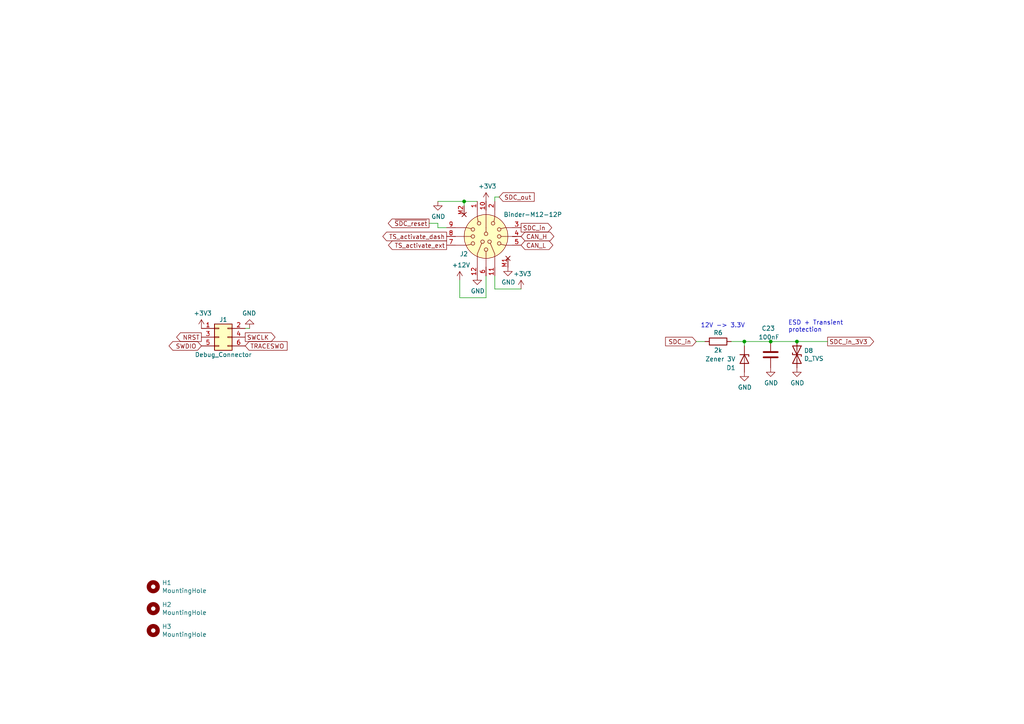
<source format=kicad_sch>
(kicad_sch (version 20211123) (generator eeschema)
  (paper "A4")
  (title_block (title "SDCL - Connections") (date "2021-12-16") (rev "v1.0") (company "FaSTTUBe - Formula Student Team TU Berlin") (comment 1 "Car 113") (comment 2 "EBS Electronics") (comment 3 "Electrical connections: Power, Programming, Buttons, CAN, SDC"))
  (lib_symbols
    (symbol "Connector_Generic:Conn_02x03_Odd_Even" (pin_names (offset 1.016) hide)
      (property "Reference" "J" (at 1.27 5.08 0))
      (property "Value" "Conn_02x03_Odd_Even" (at 1.27 -5.08 0))
      (symbol "Conn_02x03_Odd_Even_1_1"
        (rectangle (start -1.27 -2.413) (end 0 -2.667) (stroke (width 0.1524)))
        (rectangle (start -1.27 0.127) (end 0 -0.127) (stroke (width 0.1524)))
        (rectangle (start -1.27 2.667) (end 0 2.413) (stroke (width 0.1524)))
        (rectangle (start -1.27 3.81) (end 3.81 -3.81) (stroke (width 0.254)) (fill (type background)))
        (rectangle (start 3.81 -2.413) (end 2.54 -2.667) (stroke (width 0.1524)))
        (rectangle (start 3.81 0.127) (end 2.54 -0.127) (stroke (width 0.1524)))
        (rectangle (start 3.81 2.667) (end 2.54 2.413) (stroke (width 0.1524)))
        (pin passive line (at -5.08 2.54 0) (length 3.81) (name "Pin_1") (number "1"))
        (pin passive line (at 7.62 2.54 180) (length 3.81) (name "Pin_2") (number "2"))
        (pin passive line (at -5.08 0 0) (length 3.81) (name "Pin_3") (number "3"))
        (pin passive line (at 7.62 0 180) (length 3.81) (name "Pin_4") (number "4"))
        (pin passive line (at -5.08 -2.54 0) (length 3.81) (name "Pin_5") (number "5"))
        (pin passive line (at 7.62 -2.54 180) (length 3.81) (name "Pin_6") (number "6"))
      )
    )
    (symbol "Custom:Binder-M12-12P" (pin_names (offset 1.016))
      (property "Reference" "J" (at -6.985 -5.715 0))
      (property "Value" "Binder-M12-12P" (at 4.572 6.858 0))
      (symbol "Binder-M12-12P_0_1"
        (circle (center -3.81 2.032) (radius 0.508))
        (circle (center -1.016 -1.524) (radius 0.508))
        (circle (center 0 -3.81) (radius 0.508))
        (polyline (pts (xy -8.89 -2.54) (xy -6.35 -2.54)))
        (polyline (pts (xy -8.89 2.54) (xy -6.35 2.54)))
        (polyline (pts (xy -2.54 -5.08) (xy -2.54 -8.89)))
        (polyline (pts (xy -2.54 6.35) (xy -2.54 7.62)))
        (polyline (pts (xy -1.2446 -1.9558) (xy -2.54 -5.08)))
        (polyline (pts (xy 0 -4.318) (xy 0 -8.89)))
        (polyline (pts (xy 0 2.54) (xy 0 1.27)))
        (polyline (pts (xy 0 2.54) (xy 0 7.62)))
        (polyline (pts (xy 1.2192 -1.9812) (xy 2.54 -5.08)))
        (polyline (pts (xy 2.54 -5.08) (xy 2.54 -8.89)))
        (polyline (pts (xy 2.54 6.35) (xy 2.54 7.62)))
        (polyline (pts (xy 6.35 -2.54) (xy 7.62 -2.54)))
        (polyline (pts (xy 6.35 2.54) (xy 7.62 2.54)))
        (polyline (pts (xy -6.35 2.54) (xy -5.588 2.54) (xy -4.318 2.286)))
        (polyline (pts (xy 6.35 2.54) (xy 5.588 2.54) (xy 4.318 2.286)))
        (circle (center 0 0) (radius 6.35) (fill (type background)))
        (circle (center 0 0.762) (radius 0.508))
        (circle (center 1.016 -1.524) (radius 0.508))
        (circle (center 3.81 2.032) (radius 0.508))
      )
      (symbol "Binder-M12-12P_1_1"
        (circle (center -3.81 -2.032) (radius 0.508))
        (circle (center -3.81 0) (radius 0.508))
        (circle (center -2.032 3.81) (radius 0.508))
        (polyline (pts (xy -4.318 0) (xy -8.89 0)))
        (polyline (pts (xy 4.318 0) (xy 8.89 0)))
        (polyline (pts (xy -6.35 -2.54) (xy -5.588 -2.54) (xy -4.318 -2.286)))
        (polyline (pts (xy -2.54 6.35) (xy -2.54 5.588) (xy -2.286 4.318)))
        (polyline (pts (xy 2.54 6.35) (xy 2.54 5.588) (xy 2.286 4.318)))
        (polyline (pts (xy 6.35 -2.54) (xy 5.588 -2.54) (xy 4.318 -2.286)))
        (circle (center 2.032 3.81) (radius 0.508))
        (circle (center 3.81 -2.032) (radius 0.508))
        (circle (center 3.81 0) (radius 0.508))
        (pin passive line (at -2.54 10.16 270) (length 2.54) (name "~") (number "1"))
        (pin passive line (at 0 10.16 270) (length 2.54) (name "~") (number "10"))
        (pin passive line (at 2.54 -11.43 90) (length 2.54) (name "~") (number "11"))
        (pin passive line (at -2.54 -11.43 90) (length 2.54) (name "~") (number "12"))
        (pin passive line (at 2.54 10.16 270) (length 2.54) (name "~") (number "2"))
        (pin passive line (at 10.16 2.54 180) (length 2.54) (name "~") (number "3"))
        (pin passive line (at 10.16 0 180) (length 2.54) (name "~") (number "4"))
        (pin passive line (at 10.16 -2.54 180) (length 2.54) (name "~") (number "5"))
        (pin passive line (at 0 -11.43 90) (length 2.54) (name "~") (number "6"))
        (pin passive line (at -11.43 -2.54 0) (length 2.54) (name "~") (number "7"))
        (pin passive line (at -11.43 0 0) (length 2.54) (name "~") (number "8"))
        (pin passive line (at -11.43 2.54 0) (length 2.54) (name "~") (number "9"))
        (pin passive non_logic (at 6.35 -8.89 90) (length 2.54) (name "~") (number "M1"))
        (pin passive non_logic (at -6.35 8.89 270) (length 2.54) (name "~") (number "M2"))
      )
    )
    (symbol "Device:C" (pin_numbers hide) (pin_names (offset 0.254))
      (property "Reference" "C" (at 0.635 2.54 0))
      (property "Value" "C" (at 0.635 -2.54 0))
      (symbol "C_0_1"
        (polyline (pts (xy -2.032 -0.762) (xy 2.032 -0.762)) (stroke (width 0.508)))
        (polyline (pts (xy -2.032 0.762) (xy 2.032 0.762)) (stroke (width 0.508)))
      )
      (symbol "C_1_1"
        (pin passive line (at 0 3.81 270) (length 2.794) (name "~") (number "1"))
        (pin passive line (at 0 -3.81 90) (length 2.794) (name "~") (number "2"))
      )
    )
    (symbol "Device:D_TVS" (pin_numbers hide) (pin_names (offset 1.016) hide)
      (property "Reference" "D" (at 0 2.54 0))
      (property "Value" "D_TVS" (at 0 -2.54 0))
      (symbol "D_TVS_0_1"
        (polyline (pts (xy 1.27 0) (xy -1.27 0)))
        (polyline (pts (xy 0.508 1.27) (xy 0 1.27) (xy 0 -1.27) (xy -0.508 -1.27)) (stroke (width 0.254)))
        (polyline (pts (xy -2.54 1.27) (xy -2.54 -1.27) (xy 2.54 1.27) (xy 2.54 -1.27) (xy -2.54 1.27)) (stroke (width 0.254)))
      )
      (symbol "D_TVS_1_1"
        (pin passive line (at -3.81 0 0) (length 2.54) (name "A1") (number "1"))
        (pin passive line (at 3.81 0 180) (length 2.54) (name "A2") (number "2"))
      )
    )
    (symbol "Device:D_Zener" (pin_numbers hide) (pin_names (offset 1.016) hide)
      (property "Reference" "D" (at 0 2.54 0))
      (property "Value" "D_Zener" (at 0 -2.54 0))
      (symbol "D_Zener_0_1"
        (polyline (pts (xy 1.27 0) (xy -1.27 0)))
        (polyline (pts (xy -1.27 -1.27) (xy -1.27 1.27) (xy -0.762 1.27)) (stroke (width 0.254)))
        (polyline (pts (xy 1.27 -1.27) (xy 1.27 1.27) (xy -1.27 0) (xy 1.27 -1.27)) (stroke (width 0.254)))
      )
      (symbol "D_Zener_1_1"
        (pin passive line (at -3.81 0 0) (length 2.54) (name "K") (number "1"))
        (pin passive line (at 3.81 0 180) (length 2.54) (name "A") (number "2"))
      )
    )
    (symbol "Device:R" (pin_numbers hide) (pin_names (offset 0))
      (property "Reference" "R" (at 2.032 0 90))
      (property "Value" "R" (at 0 0 90))
      (symbol "R_0_1"
        (rectangle (start -1.016 -2.54) (end 1.016 2.54) (stroke (width 0.254)))
      )
      (symbol "R_1_1"
        (pin passive line (at 0 3.81 270) (length 1.27) (name "~") (number "1"))
        (pin passive line (at 0 -3.81 90) (length 1.27) (name "~") (number "2"))
      )
    )
    (symbol "Mechanical:MountingHole" (pin_names (offset 1.016))
      (property "Reference" "H" (at 0 5.08 0))
      (property "Value" "MountingHole" (at 0 3.175 0))
      (symbol "MountingHole_0_1"
        (circle (center 0 0) (radius 1.27) (stroke (width 1.27)))
      )
    )
    (symbol "power:+12V" (power) (pin_names (offset 0))
      (property "Value" "+12V" (at 0 3.556 0))
      (symbol "+12V_0_1"
        (polyline (pts (xy -0.762 1.27) (xy 0 2.54)))
        (polyline (pts (xy 0 0) (xy 0 2.54)))
        (polyline (pts (xy 0 2.54) (xy 0.762 1.27)))
      )
      (symbol "+12V_1_1"
        (pin power_in line (at 0 0 90) (length 0) hide (name "+12V") (number "1"))
      )
    )
    (symbol "power:+3.3V" (power) (pin_names (offset 0))
      (property "Value" "+3.3V" (at 0 3.556 0))
      (symbol "+3.3V_0_1"
        (polyline (pts (xy -0.762 1.27) (xy 0 2.54)))
        (polyline (pts (xy 0 0) (xy 0 2.54)))
        (polyline (pts (xy 0 2.54) (xy 0.762 1.27)))
      )
      (symbol "+3.3V_1_1"
        (pin power_in line (at 0 0 90) (length 0) hide (name "+3V3") (number "1"))
      )
    )
    (symbol "power:GND" (power) (pin_names (offset 0))
      (property "Value" "GND" (at 0 -3.81 0))
      (symbol "GND_0_1"
        (polyline (pts (xy 0 0) (xy 0 -1.27) (xy 1.27 -1.27) (xy 0 -2.54) (xy -1.27 -1.27) (xy 0 -1.27)))
      )
      (symbol "GND_1_1"
        (pin power_in line (at 0 0 270) (length 0) hide (name "GND") (number "1"))
      )
    )
  )
  (junction (at 231.14 99.06))
  (junction (at 215.9 99.06))
  (junction (at 134.62 58.42))
  (junction (at 223.52 99.06))
  (wire (pts (xy 143.51 57.15) (xy 144.78 57.15)))
  (wire (pts (xy 127 64.77) (xy 127 66.04)))
  (wire (pts (xy 215.9 100.33) (xy 215.9 99.06)))
  (wire (pts (xy 143.51 80.01) (xy 143.51 83.82)))
  (wire (pts (xy 133.35 81.28) (xy 133.35 86.36)))
  (wire (pts (xy 143.51 58.42) (xy 143.51 57.15)))
  (wire (pts (xy 124.46 64.77) (xy 127 64.77)))
  (wire (pts (xy 134.62 58.42) (xy 134.62 59.69)))
  (wire (pts (xy 231.14 99.06) (xy 240.03 99.06)))
  (wire (pts (xy 127 58.42) (xy 134.62 58.42)))
  (wire (pts (xy 72.39 95.25) (xy 71.12 95.25)))
  (wire (pts (xy 223.52 99.06) (xy 231.14 99.06)))
  (wire (pts (xy 140.97 86.36) (xy 140.97 80.01)))
  (wire (pts (xy 133.35 86.36) (xy 140.97 86.36)))
  (wire (pts (xy 212.09 99.06) (xy 215.9 99.06)))
  (wire (pts (xy 134.62 58.42) (xy 138.43 58.42)))
  (wire (pts (xy 215.9 99.06) (xy 223.52 99.06)))
  (wire (pts (xy 201.93 99.06) (xy 204.47 99.06)))
  (wire (pts (xy 143.51 83.82) (xy 151.13 83.82)))
  (wire (pts (xy 127 66.04) (xy 129.54 66.04)))
  (text "12V -> 3.3V" (at 203.2 95.25 0) (effects (font (size 1.27 1.27)) (justify left bottom)))
  (text "ESD + Transient\nprotection" (at 228.6 96.52 0) (effects (font (size 1.27 1.27)) (justify left bottom)))
  (global_label "NRST" (shape output) (at 58.42 97.79 180) (property "Intersheet References" "${INTERSHEET_REFS}" (effects hide)))
  (global_label "SWCLK" (shape output) (at 71.12 97.79 0) (property "Intersheet References" "${INTERSHEET_REFS}" (effects hide)))
  (global_label "SDC_out" (shape input) (at 144.78 57.15 0) (property "Intersheet References" "${INTERSHEET_REFS}" (effects hide)))
  (global_label "SDC_in" (shape output) (at 151.13 66.04 0) (property "Intersheet References" "${INTERSHEET_REFS}" (effects hide)))
  (global_label "TRACESWO" (shape input) (at 71.12 100.33 0) (property "Intersheet References" "${INTERSHEET_REFS}" (effects hide)))
  (global_label "CAN_L" (shape bidirectional) (at 151.13 71.12 0) (property "Intersheet References" "${INTERSHEET_REFS}" (effects hide)))
  (global_label "SWDIO" (shape bidirectional) (at 58.42 100.33 180) (property "Intersheet References" "${INTERSHEET_REFS}" (effects hide)))
  (global_label "CAN_H" (shape bidirectional) (at 151.13 68.58 0) (property "Intersheet References" "${INTERSHEET_REFS}" (effects hide)))
  (global_label "~{SDC_reset}" (shape output) (at 124.46 64.77 180) (property "Intersheet References" "${INTERSHEET_REFS}" (effects hide)))
  (global_label "TS_activate_dash" (shape output) (at 129.54 68.58 180) (property "Intersheet References" "${INTERSHEET_REFS}" (effects hide)))
  (global_label "SDC_in" (shape input) (at 201.93 99.06 180) (property "Intersheet References" "${INTERSHEET_REFS}" (effects hide)))
  (global_label "TS_activate_ext" (shape output) (at 129.54 71.12 180) (property "Intersheet References" "${INTERSHEET_REFS}" (effects hide)))
  (global_label "SDC_in_3V3" (shape output) (at 240.03 99.06 0) (property "Intersheet References" "${INTERSHEET_REFS}" (effects hide)))
  (symbol (lib_id "Device:R") (at 208.28 99.06 90) (mirror x)
    (property "Reference" "R6" (at 208.28 96.52 90))
    (property "Value" "2k" (at 208.28 101.6 90))
    (property "Footprint" "Resistor_SMD:R_0603_1608Metric_Pad1.05x0.95mm_HandSolder" (effects hide))
  )
  (symbol (lib_id "power:GND") (at 215.9 107.95 0)
    (property "Reference" "#PWR0101" (effects hide))
    (property "Value" "GND" (at 216.027 112.3442 0))
  )
  (symbol (lib_id "power:GND") (at 231.14 106.68 0)
    (property "Reference" "#PWR0102" (effects hide))
    (property "Value" "GND" (at 231.267 111.0742 0))
  )
  (symbol (lib_id "Device:C") (at 223.52 102.87 180)
    (property "Reference" "C23" (at 224.79 95.25 0) (effects (justify left)))
    (property "Value" "100nF" (at 226.06 97.79 0) (effects (justify left)))
    (property "Footprint" "Capacitor_SMD:C_0603_1608Metric_Pad1.05x0.95mm_HandSolder" (effects hide))
  )
  (symbol (lib_id "power:GND") (at 223.52 106.68 0)
    (property "Reference" "#PWR0104" (effects hide))
    (property "Value" "GND" (at 223.647 111.0742 0))
  )
  (symbol (lib_id "Device:D_TVS") (at 231.14 102.87 270)
    (property "Reference" "D8" (at 233.172 101.7016 90) (effects (justify left)))
    (property "Value" "D_TVS" (at 233.172 104.013 90) (effects (justify left)))
    (property "Footprint" "Diode_SMD:D_SOD-323_HandSoldering" (effects hide))
  )
  (symbol (lib_id "Mechanical:MountingHole") (at 44.45 170.18 0) (unit 1)
    (property "Reference" "H1" (at 46.99 169.0116 0) (effects (justify left)))
    (property "Value" "MountingHole" (at 46.99 171.323 0) (effects (justify left)))
    (property "Footprint" "MountingHole:MountingHole_3.2mm_M3" (effects hide))
  )
  (symbol (lib_id "Mechanical:MountingHole") (at 44.45 176.53 0) (unit 1)
    (property "Reference" "H2" (at 46.99 175.3616 0) (effects (justify left)))
    (property "Value" "MountingHole" (at 46.99 177.673 0) (effects (justify left)))
    (property "Footprint" "MountingHole:MountingHole_3.2mm_M3" (effects hide))
  )
  (symbol (lib_id "Mechanical:MountingHole") (at 44.45 182.88 0) (unit 1)
    (property "Reference" "H3" (at 46.99 181.7116 0) (effects (justify left)))
    (property "Value" "MountingHole" (at 46.99 184.023 0) (effects (justify left)))
    (property "Footprint" "MountingHole:MountingHole_3.2mm_M3" (effects hide))
  )
  (symbol (lib_id "power:+3.3V") (at 140.97 58.42 0)
    (property "Reference" "#PWR0105" (effects hide))
    (property "Value" "+3.3V" (at 141.351 54.0258 0))
  )
  (symbol (lib_id "power:+12V") (at 133.35 81.28 0)
    (property "Reference" "#PWR0106" (effects hide))
    (property "Value" "+12V" (at 133.731 76.8858 0))
  )
  (symbol (lib_id "Connector_Generic:Conn_02x03_Odd_Even") (at 63.5 97.79 0)
    (property "Reference" "J1" (at 64.77 92.71 0))
    (property "Value" "Debug_Connector" (at 64.77 102.87 0))
    (property "Footprint" "Connector_PinHeader_2.54mm:PinHeader_2x03_P2.54mm_Vertical" (effects hide))
  )
  (symbol (lib_id "power:+3.3V") (at 58.42 95.25 0)
    (property "Reference" "#PWR0141" (effects hide))
    (property "Value" "+3.3V" (at 58.801 90.8558 0))
  )
  (symbol (lib_id "power:GND") (at 72.39 95.25 180)
    (property "Reference" "#PWR0164" (effects hide))
    (property "Value" "GND" (at 72.263 90.8558 0))
  )
  (symbol (lib_id "power:GND") (at 138.43 80.01 0) (unit 1)
    (property "Reference" "#PWR0110" (effects hide))
    (property "Value" "GND" (at 138.557 84.4042 0))
  )
  (symbol (lib_id "power:GND") (at 147.32 77.47 0) (unit 1)
    (property "Reference" "#PWR0121" (effects hide))
    (property "Value" "GND" (at 147.447 81.8642 0))
  )
  (symbol (lib_id "Custom:Binder-M12-12P") (at 140.97 68.58 0) (unit 1)
    (property "Reference" "J2" (at 133.35 73.66 0) (effects (justify left)))
    (property "Value" "Binder-M12-12P" (at 146.05 62.23 0) (effects (justify left)))
    (property "Footprint" "Custom:Binder_M12-A_12P_Female_NoSilk" (effects hide))
    (property "Datasheet" "http://www.mouser.com/ds/2/18/40_c091_abd_e-75918.pdf" (effects hide))
  )
  (symbol (lib_id "power:GND") (at 127 58.42 0) (unit 1)
    (property "Reference" "#PWR0114" (effects hide))
    (property "Value" "GND" (at 127.127 62.8142 0))
  )
  (symbol (lib_id "power:+3.3V") (at 151.13 83.82 0)
    (property "Reference" "#PWR0165" (effects hide))
    (property "Value" "+3.3V" (at 151.511 79.4258 0))
  )
  (symbol (lib_id "Device:D_Zener") (at 215.9 104.14 270) (unit 1)
    (property "Reference" "D1" (at 213.36 106.68 90) (effects (justify right)))
    (property "Value" "Zener 3V" (at 213.36 104.14 90) (effects (justify right)))
    (property "Footprint" "Diode_SMD:D_SOD-323_HandSoldering" (effects hide))
  )
)
</source>
